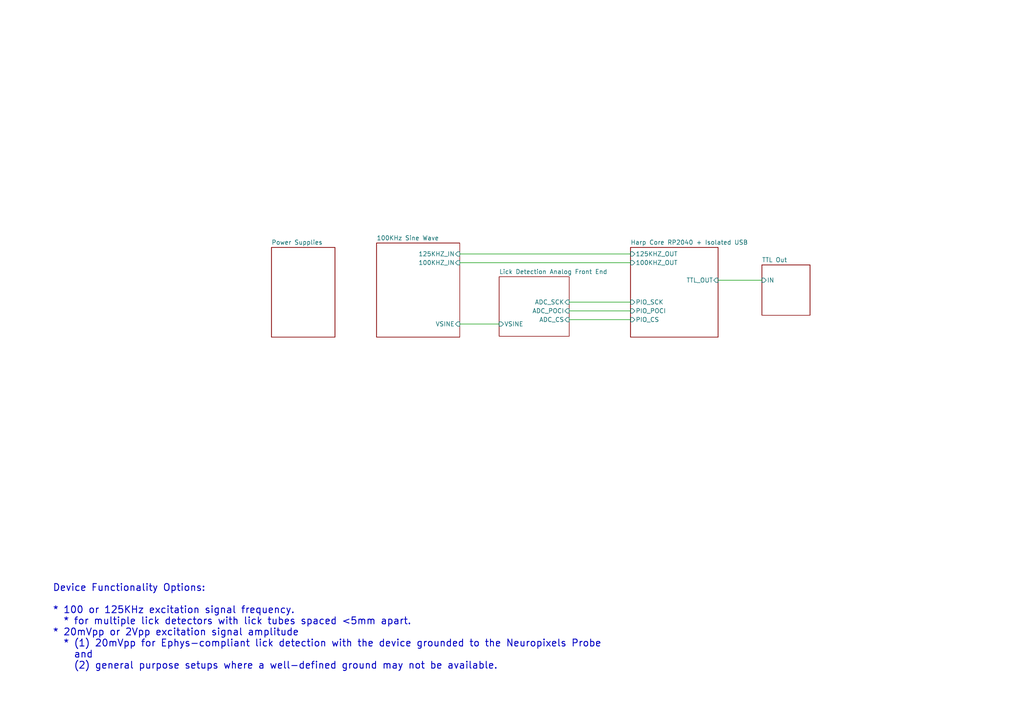
<source format=kicad_sch>
(kicad_sch
	(version 20231120)
	(generator "eeschema")
	(generator_version "8.0")
	(uuid "e63e39d7-6ac0-4ffd-8aa3-1841a4541b55")
	(paper "A4")
	(title_block
		(title "Lickety Split Capacitive Lick Detector Main Board")
		(date "2023-09-01")
		(rev "1.0.0")
		(company "The Allen Institute for Neural Dynamics")
	)
	(lib_symbols)
	(wire
		(pts
			(xy 165.1 92.71) (xy 182.88 92.71)
		)
		(stroke
			(width 0)
			(type default)
		)
		(uuid "17cb50dd-a89a-451a-8421-6b04b115aee6")
	)
	(wire
		(pts
			(xy 165.1 90.17) (xy 182.88 90.17)
		)
		(stroke
			(width 0)
			(type default)
		)
		(uuid "76c7b997-06b6-4f33-b83b-04280149585a")
	)
	(wire
		(pts
			(xy 208.28 81.28) (xy 220.98 81.28)
		)
		(stroke
			(width 0)
			(type default)
		)
		(uuid "afd109f0-e52d-48b2-9ac9-8263b7379ebb")
	)
	(wire
		(pts
			(xy 144.78 93.98) (xy 133.35 93.98)
		)
		(stroke
			(width 0)
			(type default)
		)
		(uuid "c1b5e8d1-c574-4c71-b04a-2fd8a9dc7fcb")
	)
	(wire
		(pts
			(xy 133.35 73.66) (xy 182.88 73.66)
		)
		(stroke
			(width 0)
			(type default)
		)
		(uuid "ca07f8cc-ffa2-4bec-b06d-ee1fa8aa040f")
	)
	(wire
		(pts
			(xy 165.1 87.63) (xy 182.88 87.63)
		)
		(stroke
			(width 0)
			(type default)
		)
		(uuid "dfadeea9-f205-47e7-8f67-6792f7e10dc9")
	)
	(wire
		(pts
			(xy 133.35 76.2) (xy 182.88 76.2)
		)
		(stroke
			(width 0)
			(type default)
		)
		(uuid "fc896abd-09f1-494d-847c-570e84e7f610")
	)
	(text "Device Functionality Options:\n\n* 100 or 125KHz excitation signal frequency.\n  * for multiple lick detectors with lick tubes spaced <5mm apart.\n* 20mVpp or 2Vpp excitation signal amplitude\n  * (1) 20mVpp for Ephys-compliant lick detection with the device grounded to the Neuropixels Probe\n    and\n    (2) general purpose setups where a well-defined ground may not be available."
		(exclude_from_sim no)
		(at 15.24 194.31 0)
		(effects
			(font
				(size 2 2)
				(thickness 0.254)
				(bold yes)
			)
			(justify left bottom)
		)
		(uuid "31c5d367-ec4c-47a0-994b-0527556999c4")
	)
	(sheet
		(at 220.98 76.835)
		(size 13.97 14.605)
		(fields_autoplaced yes)
		(stroke
			(width 0.1524)
			(type solid)
		)
		(fill
			(color 0 0 0 0.0000)
		)
		(uuid "36c9ca84-29d9-443b-8905-497529bf4302")
		(property "Sheetname" "TTL Out"
			(at 220.98 76.1234 0)
			(effects
				(font
					(size 1.27 1.27)
				)
				(justify left bottom)
			)
		)
		(property "Sheetfile" "sma_ttl_out.kicad_sch"
			(at 220.98 92.0246 0)
			(effects
				(font
					(size 1.27 1.27)
				)
				(justify left top)
				(hide yes)
			)
		)
		(pin "IN" input
			(at 220.98 81.28 180)
			(effects
				(font
					(size 1.27 1.27)
				)
				(justify left)
			)
			(uuid "9a2865e5-2777-4599-ae08-5f4db45b7d02")
		)
		(instances
			(project "main_board"
				(path "/e63e39d7-6ac0-4ffd-8aa3-1841a4541b55"
					(page "4")
				)
			)
		)
	)
	(sheet
		(at 109.22 70.485)
		(size 24.13 27.305)
		(fields_autoplaced yes)
		(stroke
			(width 0.1524)
			(type solid)
		)
		(fill
			(color 0 0 0 0.0000)
		)
		(uuid "4df88917-387d-4e6a-a0c2-9efea845a08d")
		(property "Sheetname" "100KHz Sine Wave"
			(at 109.22 69.7734 0)
			(effects
				(font
					(size 1.27 1.27)
				)
				(justify left bottom)
			)
		)
		(property "Sheetfile" "function_generator.kicad_sch"
			(at 109.22 98.3746 0)
			(effects
				(font
					(size 1.27 1.27)
				)
				(justify left top)
				(hide yes)
			)
		)
		(pin "VSINE" input
			(at 133.35 93.98 0)
			(effects
				(font
					(size 1.27 1.27)
				)
				(justify right)
			)
			(uuid "174b2624-3254-4a43-b64a-0fbf38550173")
		)
		(pin "125KHZ_IN" input
			(at 133.35 73.66 0)
			(effects
				(font
					(size 1.27 1.27)
				)
				(justify right)
			)
			(uuid "a90335e9-bbfb-4a71-8a18-b892db622ff6")
		)
		(pin "100KHZ_IN" input
			(at 133.35 76.2 0)
			(effects
				(font
					(size 1.27 1.27)
				)
				(justify right)
			)
			(uuid "f1d44e4e-3ca8-491d-bdaa-e7da3f95eae6")
		)
		(instances
			(project "main_board"
				(path "/e63e39d7-6ac0-4ffd-8aa3-1841a4541b55"
					(page "5")
				)
			)
		)
	)
	(sheet
		(at 144.78 80.264)
		(size 20.32 17.272)
		(fields_autoplaced yes)
		(stroke
			(width 0.1524)
			(type solid)
		)
		(fill
			(color 0 0 0 0.0000)
		)
		(uuid "8b2c79bc-d662-4528-ac6e-e4616ba8e8ad")
		(property "Sheetname" "Lick Detection Analog Front End"
			(at 144.78 79.5524 0)
			(effects
				(font
					(size 1.27 1.27)
				)
				(justify left bottom)
			)
		)
		(property "Sheetfile" "lick_detection_afe.kicad_sch"
			(at 144.78 98.1206 0)
			(effects
				(font
					(size 1.27 1.27)
				)
				(justify left top)
				(hide yes)
			)
		)
		(pin "VSINE" input
			(at 144.78 93.98 180)
			(effects
				(font
					(size 1.27 1.27)
				)
				(justify left)
			)
			(uuid "1e80ca4f-8ae9-4572-93cf-e73646f8fb0e")
		)
		(pin "ADC_SCK" input
			(at 165.1 87.63 0)
			(effects
				(font
					(size 1.27 1.27)
				)
				(justify right)
			)
			(uuid "689a19b9-fbad-4e91-a03b-59475094bdb1")
		)
		(pin "ADC_CS" input
			(at 165.1 92.71 0)
			(effects
				(font
					(size 1.27 1.27)
				)
				(justify right)
			)
			(uuid "c57c2f3d-05a4-4a47-8ade-a2596d80efba")
		)
		(pin "ADC_POCI" input
			(at 165.1 90.17 0)
			(effects
				(font
					(size 1.27 1.27)
				)
				(justify right)
			)
			(uuid "0b29f04b-2349-42fe-b329-27620a2abe57")
		)
		(instances
			(project "main_board"
				(path "/e63e39d7-6ac0-4ffd-8aa3-1841a4541b55"
					(page "3")
				)
			)
		)
	)
	(sheet
		(at 78.74 71.755)
		(size 18.415 26.035)
		(fields_autoplaced yes)
		(stroke
			(width 0.1524)
			(type solid)
		)
		(fill
			(color 0 0 0 0.0000)
		)
		(uuid "b51b21ef-b374-4f9f-a058-7db9b64fdf4a")
		(property "Sheetname" "Power Supplies"
			(at 78.74 71.0434 0)
			(effects
				(font
					(size 1.27 1.27)
				)
				(justify left bottom)
			)
		)
		(property "Sheetfile" "board_power.kicad_sch"
			(at 78.74 98.3746 0)
			(effects
				(font
					(size 1.27 1.27)
				)
				(justify left top)
				(hide yes)
			)
		)
		(instances
			(project "main_board"
				(path "/e63e39d7-6ac0-4ffd-8aa3-1841a4541b55"
					(page "6")
				)
			)
		)
	)
	(sheet
		(at 182.88 71.755)
		(size 25.4 26.035)
		(fields_autoplaced yes)
		(stroke
			(width 0.1524)
			(type solid)
		)
		(fill
			(color 0 0 0 0.0000)
		)
		(uuid "eb8325ca-9747-4676-8e08-1fb825a7219f")
		(property "Sheetname" "Harp Core RP2040 + Isolated USB"
			(at 182.88 71.0434 0)
			(effects
				(font
					(size 1.27 1.27)
				)
				(justify left bottom)
			)
		)
		(property "Sheetfile" "isolated_usb_rp2040.kicad_sch"
			(at 182.88 98.3746 0)
			(effects
				(font
					(size 1.27 1.27)
				)
				(justify left top)
				(hide yes)
			)
		)
		(pin "TTL_OUT" input
			(at 208.28 81.28 0)
			(effects
				(font
					(size 1.27 1.27)
				)
				(justify right)
			)
			(uuid "2bd1f224-709c-4d01-a2d1-3b0cb7b5d51e")
		)
		(pin "PIO_SCK" input
			(at 182.88 87.63 180)
			(effects
				(font
					(size 1.27 1.27)
				)
				(justify left)
			)
			(uuid "7e70b3da-6fa4-4d63-9435-b599b4019b4c")
		)
		(pin "PIO_POCI" input
			(at 182.88 90.17 180)
			(effects
				(font
					(size 1.27 1.27)
				)
				(justify left)
			)
			(uuid "4a4ecc44-08c6-4a71-a5a0-bb5e1939b357")
		)
		(pin "PIO_CS" input
			(at 182.88 92.71 180)
			(effects
				(font
					(size 1.27 1.27)
				)
				(justify left)
			)
			(uuid "1578c60c-7ed3-4240-99ee-8df901b19c54")
		)
		(pin "100KHZ_OUT" input
			(at 182.88 76.2 180)
			(effects
				(font
					(size 1.27 1.27)
				)
				(justify left)
			)
			(uuid "6cdafcc6-12f6-4899-813b-dec93ee6e27f")
		)
		(pin "125KHZ_OUT" input
			(at 182.88 73.66 180)
			(effects
				(font
					(size 1.27 1.27)
				)
				(justify left)
			)
			(uuid "a714223a-3d5a-4bc8-98ed-b92c0173bd0c")
		)
		(instances
			(project "main_board"
				(path "/e63e39d7-6ac0-4ffd-8aa3-1841a4541b55"
					(page "2")
				)
			)
		)
	)
	(sheet_instances
		(path "/"
			(page "1")
		)
	)
)

</source>
